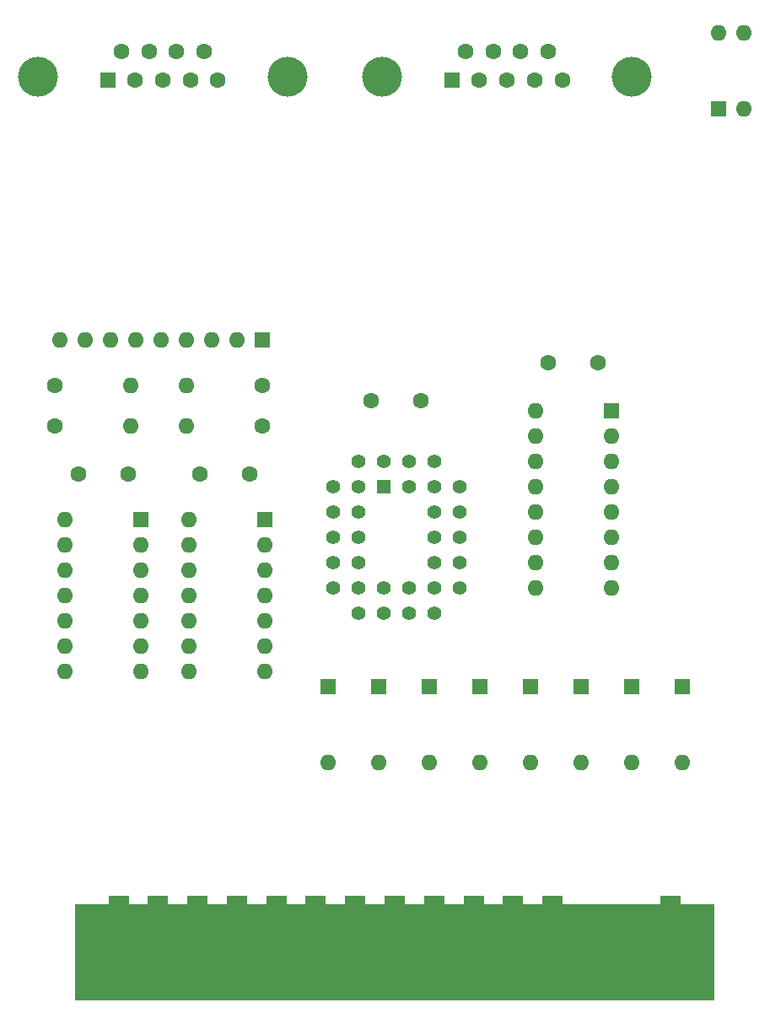
<source format=gbr>
%TF.GenerationSoftware,KiCad,Pcbnew,8.0.2*%
%TF.CreationDate,2025-01-17T11:14:38+01:00*%
%TF.ProjectId,p2000t-joystick-slot2-eeprom,70323030-3074-42d6-9a6f-79737469636b,rev?*%
%TF.SameCoordinates,Original*%
%TF.FileFunction,Soldermask,Bot*%
%TF.FilePolarity,Negative*%
%FSLAX46Y46*%
G04 Gerber Fmt 4.6, Leading zero omitted, Abs format (unit mm)*
G04 Created by KiCad (PCBNEW 8.0.2) date 2025-01-17 11:14:38*
%MOMM*%
%LPD*%
G01*
G04 APERTURE LIST*
%ADD10C,0.100000*%
%ADD11C,1.600000*%
%ADD12O,1.600000X1.600000*%
%ADD13R,1.422400X1.422400*%
%ADD14C,1.422400*%
%ADD15R,1.600000X1.600000*%
%ADD16C,4.000000*%
%ADD17R,2.000000X10.000000*%
G04 APERTURE END LIST*
D10*
X35560000Y-116840000D02*
X99695000Y-116840000D01*
X99695000Y-126365000D01*
X35560000Y-126365000D01*
X35560000Y-116840000D01*
G36*
X35560000Y-116840000D02*
G01*
X99695000Y-116840000D01*
X99695000Y-126365000D01*
X35560000Y-126365000D01*
X35560000Y-116840000D01*
G37*
D11*
%TO.C,R2*%
X54356000Y-68834000D03*
D12*
X46736000Y-68834000D03*
%TD*%
D11*
%TO.C,R1*%
X54356000Y-64770000D03*
D12*
X46736000Y-64770000D03*
%TD*%
D13*
%TO.C,U4*%
X66548000Y-74930000D03*
D14*
X69088000Y-72390000D03*
X69088000Y-74930000D03*
X71628000Y-72390000D03*
X74168000Y-74930000D03*
X71628000Y-74930000D03*
X74168000Y-77470000D03*
X71628000Y-77470000D03*
X74168000Y-80010000D03*
X71628000Y-80010000D03*
X74168000Y-82550000D03*
X71628000Y-82550000D03*
X74168000Y-85090000D03*
X71628000Y-87630000D03*
X71628000Y-85090000D03*
X69088000Y-87630000D03*
X69088000Y-85090000D03*
X66548000Y-87630000D03*
X66548000Y-85090000D03*
X64008000Y-87630000D03*
X61468000Y-85090000D03*
X64008000Y-85090000D03*
X61468000Y-82550000D03*
X64008000Y-82550000D03*
X61468000Y-80010000D03*
X64008000Y-80010000D03*
X61468000Y-77470000D03*
X64008000Y-77470000D03*
X61468000Y-74930000D03*
X64008000Y-72390000D03*
X64008000Y-74930000D03*
X66548000Y-72390000D03*
%TD*%
D12*
%TO.C,U3*%
X81788000Y-67310000D03*
X81788000Y-69850000D03*
X81788000Y-72390000D03*
X81788000Y-74930000D03*
X81788000Y-77470000D03*
X81788000Y-80010000D03*
X81788000Y-82550000D03*
X81788000Y-85090000D03*
X89408000Y-85090000D03*
X89408000Y-82550000D03*
X89408000Y-80010000D03*
X89408000Y-77470000D03*
X89408000Y-74930000D03*
X89408000Y-72390000D03*
X89408000Y-69850000D03*
D15*
X89408000Y-67310000D03*
%TD*%
%TO.C,U2*%
X54610000Y-78232000D03*
D12*
X54610000Y-80772000D03*
X54610000Y-83312000D03*
X54610000Y-85852000D03*
X54610000Y-88392000D03*
X54610000Y-90932000D03*
X54610000Y-93472000D03*
X46990000Y-93472000D03*
X46990000Y-90932000D03*
X46990000Y-88392000D03*
X46990000Y-85852000D03*
X46990000Y-83312000D03*
X46990000Y-80772000D03*
X46990000Y-78232000D03*
%TD*%
D15*
%TO.C,U1*%
X42164000Y-78232000D03*
D12*
X42164000Y-80772000D03*
X42164000Y-83312000D03*
X42164000Y-85852000D03*
X42164000Y-88392000D03*
X42164000Y-90932000D03*
X42164000Y-93472000D03*
X34544000Y-93472000D03*
X34544000Y-90932000D03*
X34544000Y-88392000D03*
X34544000Y-85852000D03*
X34544000Y-83312000D03*
X34544000Y-80772000D03*
X34544000Y-78232000D03*
%TD*%
D15*
%TO.C,SW1*%
X100203000Y-36957000D03*
D12*
X102743000Y-36957000D03*
X102743000Y-29337000D03*
X100203000Y-29337000D03*
%TD*%
D16*
%TO.C,J3*%
X66446000Y-33782000D03*
X91446000Y-33782000D03*
D15*
X73406000Y-34082000D03*
D11*
X76176000Y-34082000D03*
X78946000Y-34082000D03*
X81716000Y-34082000D03*
X84486000Y-34082000D03*
X74791000Y-31242000D03*
X77561000Y-31242000D03*
X80331000Y-31242000D03*
X83101000Y-31242000D03*
%TD*%
D17*
%TO.C,J2*%
X95397000Y-120959000D03*
X83517000Y-120959000D03*
X79557000Y-120959000D03*
X75597000Y-120959000D03*
X71637000Y-120959000D03*
X67677000Y-120959000D03*
X63717000Y-120959000D03*
X59757000Y-120959000D03*
X55797000Y-120959000D03*
X51837000Y-120959000D03*
X47877000Y-120959000D03*
X43917000Y-120959000D03*
X39957000Y-120959000D03*
%TD*%
D11*
%TO.C,C4*%
X53086000Y-73660000D03*
X48086000Y-73660000D03*
%TD*%
%TO.C,C3*%
X35894000Y-73660000D03*
X40894000Y-73660000D03*
%TD*%
%TO.C,C2*%
X88108000Y-62494000D03*
X83108000Y-62494000D03*
%TD*%
D16*
%TO.C,J1*%
X31896000Y-33782000D03*
X56896000Y-33782000D03*
D15*
X38856000Y-34082000D03*
D11*
X41626000Y-34082000D03*
X44396000Y-34082000D03*
X47166000Y-34082000D03*
X49936000Y-34082000D03*
X40241000Y-31242000D03*
X43011000Y-31242000D03*
X45781000Y-31242000D03*
X48551000Y-31242000D03*
%TD*%
D12*
%TO.C,D6*%
X71120000Y-102616000D03*
D15*
X71120000Y-94996000D03*
%TD*%
D11*
%TO.C,C1*%
X70318000Y-66294000D03*
X65318000Y-66294000D03*
%TD*%
%TO.C,R3*%
X33528000Y-68820000D03*
D12*
X41148000Y-68820000D03*
%TD*%
D15*
%TO.C,RN1*%
X54356000Y-60198000D03*
D12*
X51816000Y-60198000D03*
X49276000Y-60198000D03*
X46736000Y-60198000D03*
X44196000Y-60198000D03*
X41656000Y-60198000D03*
X39116000Y-60198000D03*
X36576000Y-60198000D03*
X34036000Y-60198000D03*
%TD*%
D15*
%TO.C,D8*%
X60960000Y-94996000D03*
D12*
X60960000Y-102616000D03*
%TD*%
%TO.C,D5*%
X76200000Y-102616000D03*
D15*
X76200000Y-94996000D03*
%TD*%
D12*
%TO.C,D3*%
X86360000Y-102616000D03*
D15*
X86360000Y-94996000D03*
%TD*%
D12*
%TO.C,D4*%
X81280000Y-102616000D03*
D15*
X81280000Y-94996000D03*
%TD*%
D11*
%TO.C,R4*%
X33528000Y-64770000D03*
D12*
X41148000Y-64770000D03*
%TD*%
%TO.C,D1*%
X96520000Y-102616000D03*
D15*
X96520000Y-94996000D03*
%TD*%
D12*
%TO.C,D7*%
X66040000Y-102616000D03*
D15*
X66040000Y-94996000D03*
%TD*%
D12*
%TO.C,D2*%
X91440000Y-102616000D03*
D15*
X91440000Y-94996000D03*
%TD*%
M02*

</source>
